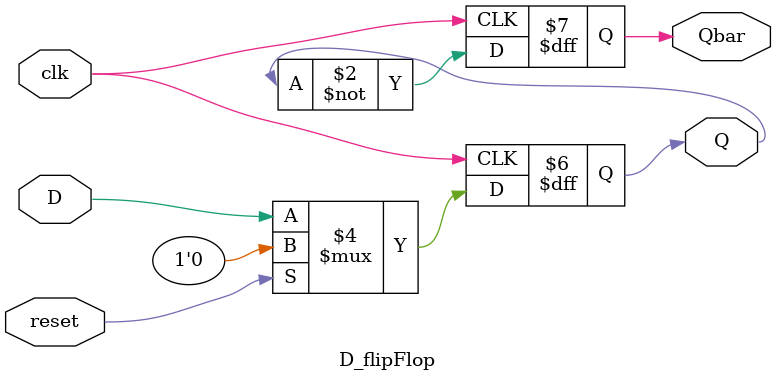
<source format=sv>
module D_flipFlop(Q, Qbar, clk, reset, D);

  input clk, reset, D;
  output reg Q, Qbar;
  
  always @(posedge clk) begin
    if (reset)
      Q <= 1'b0; 
    else
      Q <= D;     
      
    Qbar <= ~Q;  
  end

endmodule

</source>
